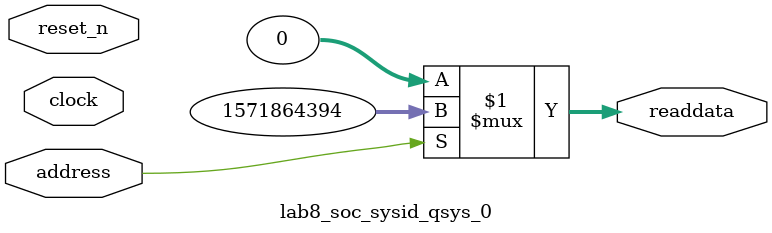
<source format=v>



// synthesis translate_off
`timescale 1ns / 1ps
// synthesis translate_on

// turn off superfluous verilog processor warnings 
// altera message_level Level1 
// altera message_off 10034 10035 10036 10037 10230 10240 10030 

module lab8_soc_sysid_qsys_0 (
               // inputs:
                address,
                clock,
                reset_n,

               // outputs:
                readdata
             )
;

  output  [ 31: 0] readdata;
  input            address;
  input            clock;
  input            reset_n;

  wire    [ 31: 0] readdata;
  //control_slave, which is an e_avalon_slave
  assign readdata = address ? 1571864394 : 0;

endmodule



</source>
